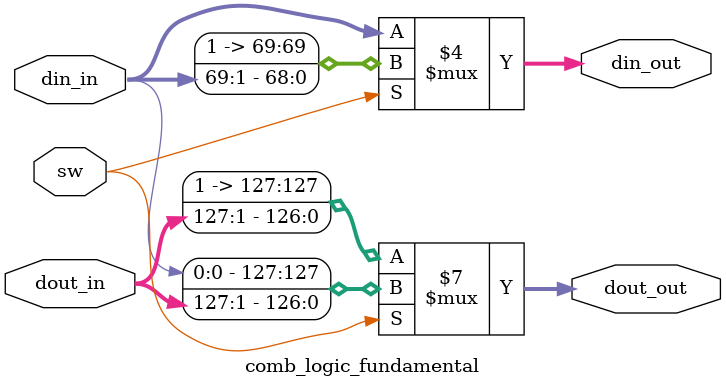
<source format=v>
module comb_logic_fundamental (
    //Input
    input wire      [69:0]  din_in      ,
    input wire              sw          ,
    input wire      [127:0] dout_in     ,

    //Output
    output reg      [69:0]  din_out     ,
    output reg      [127:0] dout_out        
);

    always @(*)
    begin
        if(sw == 1'b1)
        begin
            dout_out    = {din_in[0],dout_in[127:1]} ;
            din_out     = {1'b1,din_in[69:1]}        ; 
        end
        else
        begin
            dout_out    = {1'b1,dout_in[127:1]};
            din_out     = din_in               ; 
        end
    end
    
endmodule
</source>
